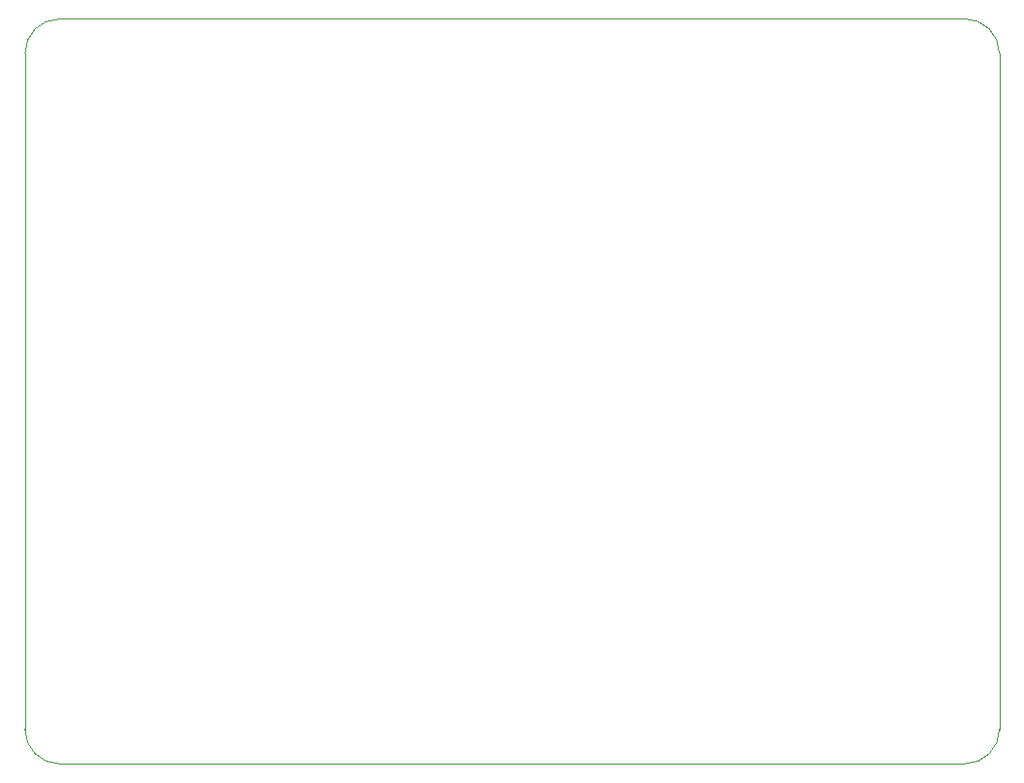
<source format=gbr>
%TF.GenerationSoftware,KiCad,Pcbnew,7.0.1*%
%TF.CreationDate,2023-07-17T00:50:59+01:00*%
%TF.ProjectId,Power Board,506f7765-7220-4426-9f61-72642e6b6963,rev?*%
%TF.SameCoordinates,Original*%
%TF.FileFunction,Profile,NP*%
%FSLAX46Y46*%
G04 Gerber Fmt 4.6, Leading zero omitted, Abs format (unit mm)*
G04 Created by KiCad (PCBNEW 7.0.1) date 2023-07-17 00:50:59*
%MOMM*%
%LPD*%
G01*
G04 APERTURE LIST*
%TA.AperFunction,Profile*%
%ADD10C,0.100000*%
%TD*%
G04 APERTURE END LIST*
D10*
X112500000Y-132500000D02*
X191500000Y-132500000D01*
X112500000Y-67500000D02*
G75*
G03*
X109500000Y-70500000I0J-3000000D01*
G01*
X109500000Y-70500000D02*
X109500000Y-129500000D01*
X109500000Y-129500000D02*
G75*
G03*
X112500000Y-132500000I3000000J0D01*
G01*
X191500000Y-132500000D02*
G75*
G03*
X194500000Y-129500000I0J3000000D01*
G01*
X194500000Y-70500000D02*
G75*
G03*
X191500000Y-67500000I-3000000J0D01*
G01*
X194500000Y-129500000D02*
X194500000Y-70500000D01*
X191500000Y-67500000D02*
X112500000Y-67500000D01*
M02*

</source>
